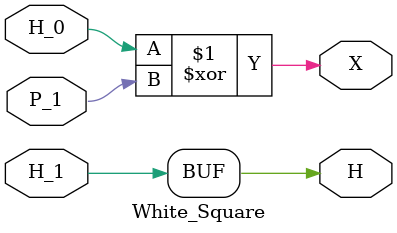
<source format=v>
module White_Square (
    output X,H,
    input H_0,P_1,H_1
);

assign H = H_1;

//wire w1;
//or  WS1 (w1,P_1,H_0);
xor WS2 (X,H_0,P_1);
    
endmodule
</source>
